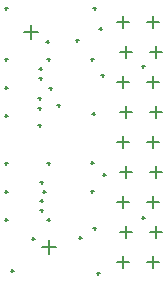
<source format=gbr>
%TF.GenerationSoftware,Altium Limited,Altium Designer,24.8.2 (39)*%
G04 Layer_Color=128*
%FSLAX45Y45*%
%MOMM*%
%TF.SameCoordinates,FBB41CCB-3D8C-4B0B-A071-B3836E82DD1E*%
%TF.FilePolarity,Positive*%
%TF.FileFunction,Drillmap*%
%TF.Part,Single*%
G01*
G75*
%TA.AperFunction,NonConductor*%
%ADD34C,0.12700*%
D34*
X1020001Y2328001D02*
X1120000D01*
X1070000Y2278002D02*
Y2378001D01*
X1046000Y2074001D02*
X1146000D01*
X1096000Y2024002D02*
Y2124001D01*
X1020001Y1820001D02*
X1120000D01*
X1070000Y1770002D02*
Y1870001D01*
X1046000Y1566001D02*
X1146000D01*
X1096000Y1516002D02*
Y1616001D01*
X1020001Y1312001D02*
X1120000D01*
X1070000Y1262002D02*
Y1362001D01*
X1046000Y1058001D02*
X1146000D01*
X1096000Y1008002D02*
Y1108001D01*
X1020001Y804001D02*
X1120000D01*
X1070000Y754002D02*
Y854001D01*
X1274000Y2328001D02*
X1374000D01*
X1324000Y2278002D02*
Y2378001D01*
X1300000Y2074001D02*
X1400000D01*
X1350000Y2024002D02*
Y2124001D01*
X1274000Y1820001D02*
X1374000D01*
X1324000Y1770002D02*
Y1870001D01*
X1300000Y1566001D02*
X1400000D01*
X1350000Y1516002D02*
Y1616001D01*
X1274000Y1312001D02*
X1374000D01*
X1324000Y1262002D02*
Y1362001D01*
X1300000Y1058001D02*
X1400000D01*
X1350000Y1008002D02*
Y1108001D01*
X1274000Y804001D02*
X1374000D01*
X1324000Y754002D02*
Y854001D01*
X1046000Y550001D02*
X1146000D01*
X1096000Y500002D02*
Y600001D01*
X1020001Y296001D02*
X1120000D01*
X1070000Y246002D02*
Y346001D01*
X1300000Y550001D02*
X1400000D01*
X1350000Y500002D02*
Y600001D01*
X1274000Y296001D02*
X1374000D01*
X1324000Y246002D02*
Y346001D01*
X383002Y419999D02*
X503001D01*
X443001Y359999D02*
Y479999D01*
X232999Y2240001D02*
X352999D01*
X292999Y2180001D02*
Y2300000D01*
X510797Y1620087D02*
X536197D01*
X523497Y1607387D02*
Y1632787D01*
X349073Y1595124D02*
X374473D01*
X361773Y1582424D02*
Y1607824D01*
X349074Y1678728D02*
X374474D01*
X361774Y1666028D02*
Y1691428D01*
X883158Y1874378D02*
X908558D01*
X895858Y1861678D02*
Y1887078D01*
X796051Y891705D02*
X821451D01*
X808751Y879005D02*
Y904405D01*
X896052Y1031705D02*
X921452D01*
X908752Y1019005D02*
Y1044405D01*
X796051Y1131705D02*
X821451D01*
X808751Y1119005D02*
Y1144405D01*
X1227300Y1950000D02*
X1252700D01*
X1240000Y1937300D02*
Y1962700D01*
X1227300Y670000D02*
X1252700D01*
X1240000Y657300D02*
Y682700D01*
X817662Y579264D02*
X843062D01*
X830362Y566564D02*
Y591964D01*
X667300Y2170000D02*
X692700D01*
X680000Y2157300D02*
Y2182700D01*
X297300Y490000D02*
X322700D01*
X310000Y477300D02*
Y502700D01*
X693119Y497038D02*
X718519D01*
X705819Y484338D02*
Y509738D01*
X797300Y2010000D02*
X822700D01*
X810000Y1997300D02*
Y2022700D01*
X358316Y1850527D02*
X383716D01*
X371016Y1837827D02*
Y1863227D01*
X358528Y1930501D02*
X383928D01*
X371228Y1917801D02*
Y1943201D01*
X353182Y1450076D02*
X378582D01*
X365882Y1437376D02*
Y1462776D01*
X442656Y1763670D02*
X468056D01*
X455356Y1750970D02*
Y1776370D01*
X807300Y1550000D02*
X832700D01*
X820000Y1537300D02*
Y1562700D01*
X847300Y200000D02*
X872700D01*
X860000Y187300D02*
Y212700D01*
X817300Y2440000D02*
X842700D01*
X830000Y2427300D02*
Y2452700D01*
X867300Y2270000D02*
X892700D01*
X880000Y2257300D02*
Y2282700D01*
X67300Y1530000D02*
X92700D01*
X80000Y1517300D02*
Y1542700D01*
X67300Y1770000D02*
X92700D01*
X80000Y1757300D02*
Y1782700D01*
X67300Y2010000D02*
X92700D01*
X80000Y1997300D02*
Y2022700D01*
X67300Y2440000D02*
X92700D01*
X80000Y2427300D02*
Y2452700D01*
X417300Y2160000D02*
X442700D01*
X430000Y2147300D02*
Y2172700D01*
X427300Y2010000D02*
X452700D01*
X440000Y1997300D02*
Y2022700D01*
X67300Y1130000D02*
X92700D01*
X80000Y1117300D02*
Y1142700D01*
X67300Y890000D02*
X92700D01*
X80000Y877300D02*
Y902700D01*
X67300Y650000D02*
X92700D01*
X80000Y637300D02*
Y662700D01*
X117300Y220000D02*
X142700D01*
X130000Y207300D02*
Y232700D01*
X367300Y810000D02*
X392700D01*
X380000Y797300D02*
Y822700D01*
X367300Y730000D02*
X392700D01*
X380000Y717300D02*
Y742700D01*
X367300Y970000D02*
X392700D01*
X380000Y957300D02*
Y982700D01*
X387300Y890000D02*
X412700D01*
X400000Y877300D02*
Y902700D01*
X427300Y1130000D02*
X452700D01*
X440000Y1117300D02*
Y1142700D01*
X427300Y650000D02*
X452700D01*
X440000Y637300D02*
Y662700D01*
%TF.MD5,2d80c5205e9de3c3ed9d9fe6260dbdaf*%
M02*

</source>
